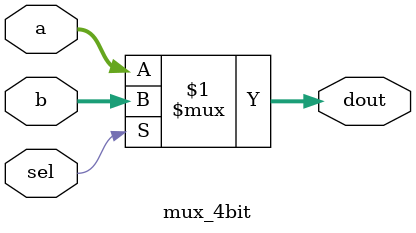
<source format=v>
module full_adder(sum,cout,a, b, c);

output cout,sum;

input a,b,c;
assign sum = a ^ b ^ c;  
assign carry = (a&b) | (b&c) | (c&a);

endmodule

module adder_4bit(sum ,carry, a ,b,c);

output [3:0] sum ;
output carry ;
input c;
input [3:0] a ;
input [3:0] b ; 

wire [2:0]s;

full_adder u0 (sum[0],s[0],a[0],b[0],c);
full_adder u1 (sum[1],s[1],a[1],b[1],s[0]);
full_adder u2 (sum[2],s[2],a[2],b[2],s[1]);
full_adder u3 (sum[3],carry,a[3],b[3],s[2]);

endmodule

module mux_4bit ( dout,sel,a ,b);

output [3:0]dout ;

input [3:0]a ;
input [3:0]b ;
input sel ;
   
assign dout = sel ? b : a;

endmodule
</source>
